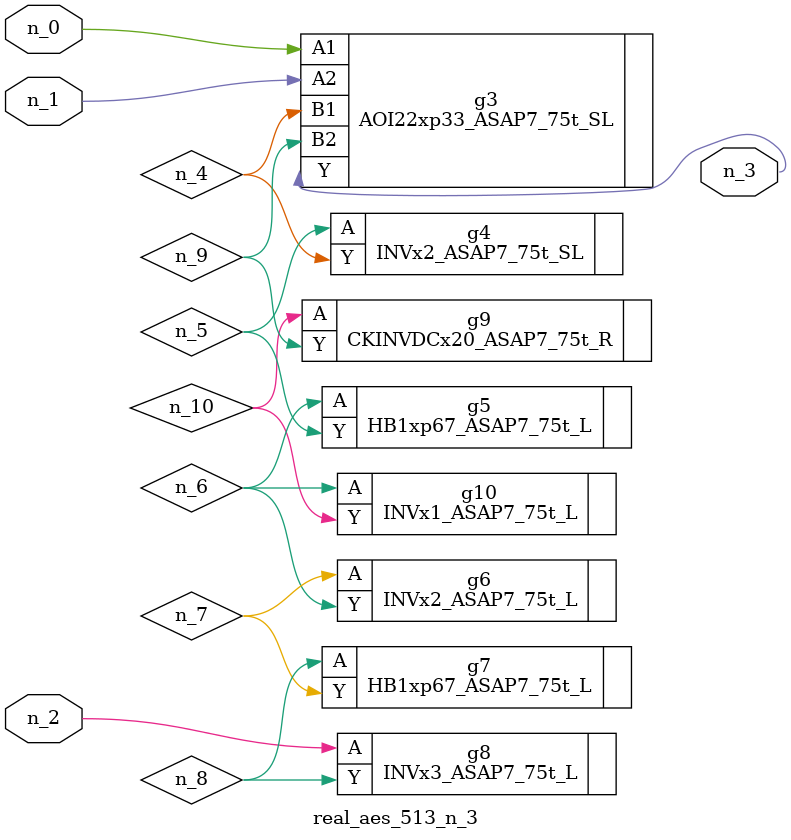
<source format=v>
module real_aes_513_n_3 (n_0, n_2, n_1, n_3);
input n_0;
input n_2;
input n_1;
output n_3;
wire n_4;
wire n_5;
wire n_7;
wire n_9;
wire n_6;
wire n_8;
wire n_10;
AOI22xp33_ASAP7_75t_SL g3 ( .A1(n_0), .A2(n_1), .B1(n_4), .B2(n_9), .Y(n_3) );
INVx3_ASAP7_75t_L g8 ( .A(n_2), .Y(n_8) );
INVx2_ASAP7_75t_SL g4 ( .A(n_5), .Y(n_4) );
HB1xp67_ASAP7_75t_L g5 ( .A(n_6), .Y(n_5) );
INVx1_ASAP7_75t_L g10 ( .A(n_6), .Y(n_10) );
INVx2_ASAP7_75t_L g6 ( .A(n_7), .Y(n_6) );
HB1xp67_ASAP7_75t_L g7 ( .A(n_8), .Y(n_7) );
CKINVDCx20_ASAP7_75t_R g9 ( .A(n_10), .Y(n_9) );
endmodule
</source>
